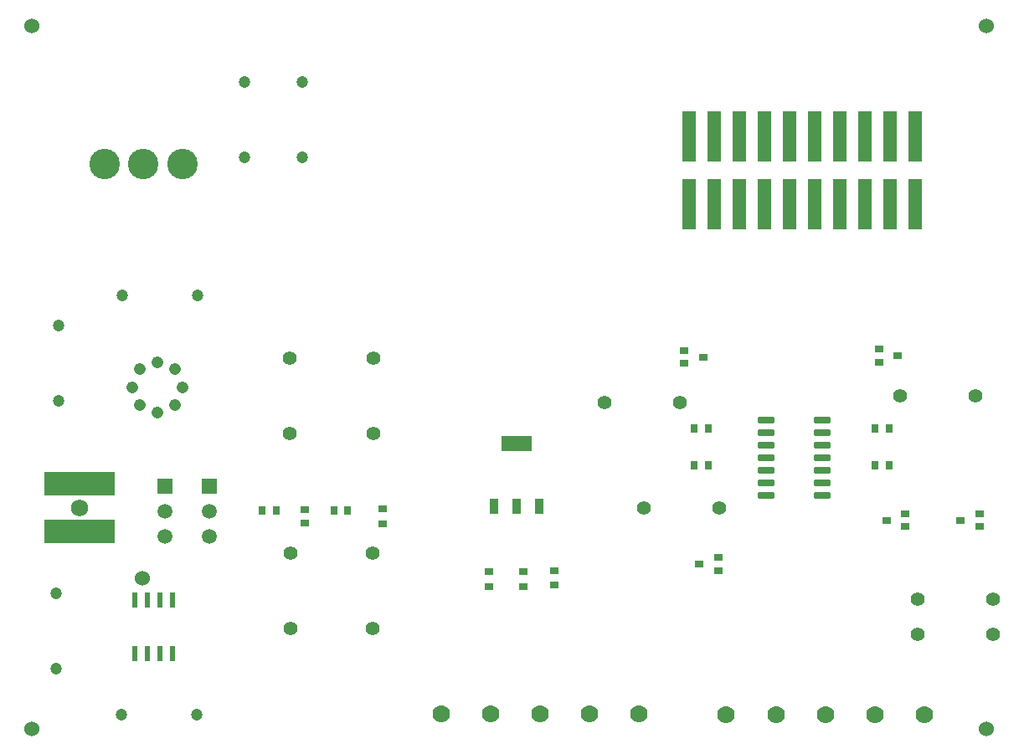
<source format=gbr>
%TF.GenerationSoftware,Altium Limited,Altium Designer,19.1.9 (167)*%
G04 Layer_Color=255*
%FSLAX26Y26*%
%MOIN*%
%TF.FileFunction,Pads,Top*%
%TF.Part,Single*%
G01*
G75*
%TA.AperFunction,SMDPad,CuDef*%
%ADD11R,0.035433X0.027559*%
%ADD12R,0.027559X0.035433*%
%ADD13R,0.033000X0.063000*%
%ADD14R,0.122000X0.063000*%
%ADD15C,0.067992*%
%ADD16R,0.280000X0.092992*%
%ADD17R,0.024000X0.061000*%
%ADD18R,0.052000X0.204000*%
%ADD19R,0.035433X0.031496*%
%ADD20R,0.031496X0.035433*%
G04:AMPARAMS|DCode=21|XSize=25.591mil|YSize=64.961mil|CornerRadius=1.919mil|HoleSize=0mil|Usage=FLASHONLY|Rotation=270.000|XOffset=0mil|YOffset=0mil|HoleType=Round|Shape=RoundedRectangle|*
%AMROUNDEDRECTD21*
21,1,0.025591,0.061122,0,0,270.0*
21,1,0.021752,0.064961,0,0,270.0*
1,1,0.003839,-0.030561,-0.010876*
1,1,0.003839,-0.030561,0.010876*
1,1,0.003839,0.030561,0.010876*
1,1,0.003839,0.030561,-0.010876*
%
%ADD21ROUNDEDRECTD21*%
%TA.AperFunction,ComponentPad*%
%ADD25C,0.121260*%
%ADD26C,0.055118*%
%TA.AperFunction,ViaPad*%
%ADD27C,0.060000*%
%TA.AperFunction,ComponentPad*%
%ADD28R,0.059055X0.059055*%
%ADD29C,0.059055*%
%ADD30C,0.047244*%
%ADD31C,0.070000*%
%ADD32C,0.047560*%
%TA.AperFunction,WasherPad*%
%ADD33C,0.060000*%
D11*
X1495000Y915472D02*
D03*
Y974528D02*
D03*
X2180000Y670472D02*
D03*
Y729528D02*
D03*
X2055000Y724528D02*
D03*
Y665472D02*
D03*
X1920000Y724528D02*
D03*
Y665472D02*
D03*
X2697598Y1605591D02*
D03*
Y1554409D02*
D03*
X2772402Y1580000D02*
D03*
X3872402Y904409D02*
D03*
Y955591D02*
D03*
X3797598Y930000D02*
D03*
X3577402Y904409D02*
D03*
Y955591D02*
D03*
X3502598Y930000D02*
D03*
X3472598Y1610591D02*
D03*
Y1559409D02*
D03*
X3547402Y1585000D02*
D03*
X2832402Y729409D02*
D03*
Y780591D02*
D03*
X2757598Y755000D02*
D03*
D12*
X3514528Y1150000D02*
D03*
X3455472D02*
D03*
Y1295000D02*
D03*
X3514528D02*
D03*
X2735472Y1295000D02*
D03*
X2794528D02*
D03*
Y1150000D02*
D03*
X2735472D02*
D03*
X1074527Y970000D02*
D03*
X1015472D02*
D03*
D13*
X1939449Y984000D02*
D03*
X2030000D02*
D03*
X2120551D02*
D03*
D14*
X2030000Y1236000D02*
D03*
D15*
X290000Y980000D02*
D03*
D16*
Y1074016D02*
D03*
Y885984D02*
D03*
D17*
X660000Y611299D02*
D03*
X610000D02*
D03*
X560000D02*
D03*
X510000D02*
D03*
Y398701D02*
D03*
X560000D02*
D03*
X610000D02*
D03*
X660000D02*
D03*
D18*
X3615000Y2458000D02*
D03*
Y2190000D02*
D03*
X3515000Y2458000D02*
D03*
Y2190000D02*
D03*
X3415000Y2458000D02*
D03*
Y2190000D02*
D03*
X3315000Y2458000D02*
D03*
Y2190000D02*
D03*
X3215000Y2458000D02*
D03*
Y2190000D02*
D03*
X3115000Y2458000D02*
D03*
Y2190000D02*
D03*
X3015000Y2458000D02*
D03*
Y2190000D02*
D03*
X2915000Y2458000D02*
D03*
Y2190000D02*
D03*
X2815000Y2458000D02*
D03*
Y2190000D02*
D03*
X2715000Y2458000D02*
D03*
Y2190000D02*
D03*
D19*
X1185000Y972560D02*
D03*
Y917440D02*
D03*
D20*
X1302440Y970000D02*
D03*
X1357560D02*
D03*
D21*
X3246221Y1030001D02*
D03*
Y1080001D02*
D03*
Y1130001D02*
D03*
Y1180001D02*
D03*
Y1230001D02*
D03*
Y1280001D02*
D03*
Y1330001D02*
D03*
X3023779Y1030001D02*
D03*
Y1080001D02*
D03*
Y1130001D02*
D03*
Y1180001D02*
D03*
Y1230001D02*
D03*
Y1280001D02*
D03*
Y1330001D02*
D03*
D25*
X388189Y2350000D02*
D03*
X544095D02*
D03*
X700000D02*
D03*
D26*
X2835000Y980000D02*
D03*
X2535000D02*
D03*
X2380000Y1400000D02*
D03*
X2680000D02*
D03*
X3555000Y1425000D02*
D03*
X3855000D02*
D03*
X3625000Y615000D02*
D03*
X3925000D02*
D03*
Y475000D02*
D03*
X3625000D02*
D03*
X1460000Y1575000D02*
D03*
Y1275000D02*
D03*
X1455000Y800000D02*
D03*
Y500000D02*
D03*
X1125000Y1575000D02*
D03*
Y1275000D02*
D03*
X1130000Y800000D02*
D03*
Y500000D02*
D03*
D27*
X540000Y700000D02*
D03*
D28*
X805000Y1065000D02*
D03*
X630000D02*
D03*
D29*
X805000Y965000D02*
D03*
Y865000D02*
D03*
X630000Y965000D02*
D03*
Y865000D02*
D03*
D30*
X755000Y155000D02*
D03*
X455000D02*
D03*
X195000Y640000D02*
D03*
Y340000D02*
D03*
X945000Y2375000D02*
D03*
Y2675000D02*
D03*
X1175000Y2375000D02*
D03*
Y2675000D02*
D03*
X760000Y1825000D02*
D03*
X460000D02*
D03*
X205000Y1405000D02*
D03*
Y1705000D02*
D03*
D31*
X3258150Y155000D02*
D03*
X3455000D02*
D03*
X3651850D02*
D03*
X3061300D02*
D03*
X2864450D02*
D03*
X2121850Y160000D02*
D03*
X1925000D02*
D03*
X1728150D02*
D03*
X2318700D02*
D03*
X2515550D02*
D03*
D32*
X529290Y1389290D02*
D03*
X670710D02*
D03*
Y1530710D02*
D03*
X529290D02*
D03*
X500000Y1460000D02*
D03*
X700000D02*
D03*
X600000Y1560000D02*
D03*
Y1360000D02*
D03*
D33*
X3900000Y100000D02*
D03*
Y2900000D02*
D03*
X100000Y100000D02*
D03*
Y2900000D02*
D03*
%TF.MD5,0f90cefc010fb04ae57e7ffc741c41c2*%
M02*

</source>
